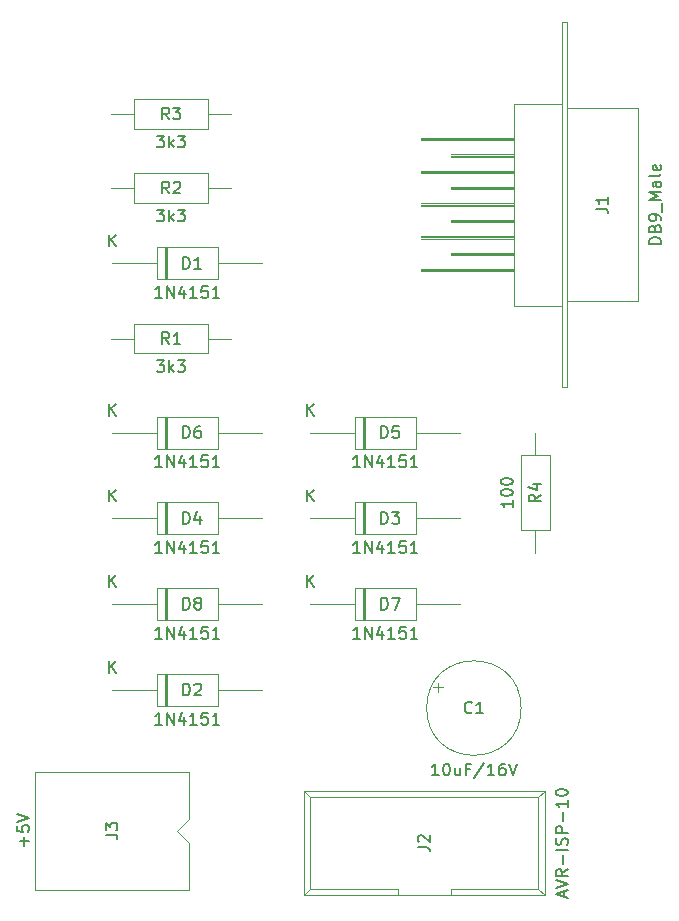
<source format=gbr>
%TF.GenerationSoftware,KiCad,Pcbnew,5.1.4-3.fc30*%
%TF.CreationDate,2019-10-13T14:02:28+02:00*%
%TF.ProjectId,dasa,64617361-2e6b-4696-9361-645f70636258,rev?*%
%TF.SameCoordinates,PX67eb070PY719b7f0*%
%TF.FileFunction,Other,Fab,Top*%
%FSLAX46Y46*%
G04 Gerber Fmt 4.6, Leading zero omitted, Abs format (unit mm)*
G04 Created by KiCad (PCBNEW 5.1.4-3.fc30) date 2019-10-13 14:02:28*
%MOMM*%
%LPD*%
G04 APERTURE LIST*
%ADD10C,0.100000*%
%ADD11C,0.150000*%
G04 APERTURE END LIST*
D10*
%TO.C,J3*%
X344000Y15946000D02*
X13344000Y15946000D01*
X344000Y5946000D02*
X344000Y15946000D01*
X13344000Y5946000D02*
X344000Y5946000D01*
X13344000Y9946000D02*
X13344000Y5946000D01*
X12344000Y10946000D02*
X13344000Y9946000D01*
X13344000Y11946000D02*
X12344000Y10946000D01*
X13344000Y15946000D02*
X13344000Y11946000D01*
%TO.C,R4*%
X42672000Y34496000D02*
X42672000Y36426000D01*
X42672000Y44656000D02*
X42672000Y42726000D01*
X43922000Y36426000D02*
X43922000Y42726000D01*
X41422000Y36426000D02*
X43922000Y36426000D01*
X41422000Y42726000D02*
X41422000Y36426000D01*
X43922000Y42726000D02*
X41422000Y42726000D01*
%TO.C,R3*%
X16918000Y71628000D02*
X14988000Y71628000D01*
X6758000Y71628000D02*
X8688000Y71628000D01*
X14988000Y72878000D02*
X8688000Y72878000D01*
X14988000Y70378000D02*
X14988000Y72878000D01*
X8688000Y70378000D02*
X14988000Y70378000D01*
X8688000Y72878000D02*
X8688000Y70378000D01*
%TO.C,R2*%
X16918000Y65355300D02*
X14988000Y65355300D01*
X6758000Y65355300D02*
X8688000Y65355300D01*
X14988000Y66605300D02*
X8688000Y66605300D01*
X14988000Y64105300D02*
X14988000Y66605300D01*
X8688000Y64105300D02*
X14988000Y64105300D01*
X8688000Y66605300D02*
X8688000Y64105300D01*
%TO.C,R1*%
X16918000Y52610000D02*
X14988000Y52610000D01*
X6758000Y52610000D02*
X8688000Y52610000D01*
X14988000Y53860000D02*
X8688000Y53860000D01*
X14988000Y51360000D02*
X14988000Y53860000D01*
X8688000Y51360000D02*
X14988000Y51360000D01*
X8688000Y53860000D02*
X8688000Y51360000D01*
%TO.C,J2*%
X43454000Y5481000D02*
X42894000Y6031000D01*
X23094000Y5481000D02*
X23634000Y6031000D01*
X43454000Y14331000D02*
X42894000Y13781000D01*
X23094000Y14331000D02*
X23634000Y13781000D01*
X42894000Y13781000D02*
X42894000Y6031000D01*
X43454000Y14331000D02*
X43454000Y5481000D01*
X23634000Y13781000D02*
X23634000Y6031000D01*
X23094000Y14331000D02*
X23094000Y5481000D01*
X35524000Y6031000D02*
X35524000Y5481000D01*
X31024000Y6031000D02*
X31024000Y5481000D01*
X35524000Y6031000D02*
X42894000Y6031000D01*
X23634000Y6031000D02*
X31024000Y6031000D01*
X23094000Y5481000D02*
X43454000Y5481000D01*
X23634000Y13781000D02*
X42894000Y13781000D01*
X23094000Y14331000D02*
X43454000Y14331000D01*
%TO.C,J1*%
X45360000Y72110000D02*
X45360000Y55810000D01*
X51360000Y72110000D02*
X45360000Y72110000D01*
X51360000Y55810000D02*
X51360000Y72110000D01*
X45360000Y55810000D02*
X51360000Y55810000D01*
X44960000Y79385000D02*
X44960000Y48535000D01*
X45360000Y79385000D02*
X44960000Y79385000D01*
X45360000Y48535000D02*
X45360000Y79385000D01*
X44960000Y48535000D02*
X45360000Y48535000D01*
X40860000Y72510000D02*
X40860000Y55410000D01*
X44960000Y72510000D02*
X40860000Y72510000D01*
X44960000Y55410000D02*
X44960000Y72510000D01*
X40860000Y55410000D02*
X44960000Y55410000D01*
X35560000Y68215000D02*
X40860000Y68215000D01*
X35560000Y68115000D02*
X40860000Y68115000D01*
X35560000Y68015000D02*
X40860000Y68015000D01*
X35560000Y65445000D02*
X40860000Y65445000D01*
X35560000Y65345000D02*
X40860000Y65345000D01*
X35560000Y65245000D02*
X40860000Y65245000D01*
X35560000Y62675000D02*
X40860000Y62675000D01*
X35560000Y62575000D02*
X40860000Y62575000D01*
X35560000Y62475000D02*
X40860000Y62475000D01*
X35560000Y59905000D02*
X40860000Y59905000D01*
X35560000Y59805000D02*
X40860000Y59805000D01*
X35560000Y59705000D02*
X40860000Y59705000D01*
X33020000Y69600000D02*
X40860000Y69600000D01*
X33020000Y69500000D02*
X40860000Y69500000D01*
X33020000Y69400000D02*
X40860000Y69400000D01*
X33020000Y66830000D02*
X40860000Y66830000D01*
X33020000Y66730000D02*
X40860000Y66730000D01*
X33020000Y66630000D02*
X40860000Y66630000D01*
X33020000Y64060000D02*
X40860000Y64060000D01*
X33020000Y63960000D02*
X40860000Y63960000D01*
X33020000Y63860000D02*
X40860000Y63860000D01*
X33020000Y61290000D02*
X40860000Y61290000D01*
X33020000Y61190000D02*
X40860000Y61190000D01*
X33020000Y61090000D02*
X40860000Y61090000D01*
X33020000Y58520000D02*
X40860000Y58520000D01*
X33020000Y58420000D02*
X40860000Y58420000D01*
X33020000Y58320000D02*
X40860000Y58320000D01*
%TO.C,D8*%
X11288000Y31475300D02*
X11288000Y28775300D01*
X11488000Y31475300D02*
X11488000Y28775300D01*
X11388000Y31475300D02*
X11388000Y28775300D01*
X19558000Y30125300D02*
X15808000Y30125300D01*
X6858000Y30125300D02*
X10608000Y30125300D01*
X15808000Y31475300D02*
X10608000Y31475300D01*
X15808000Y28775300D02*
X15808000Y31475300D01*
X10608000Y28775300D02*
X15808000Y28775300D01*
X10608000Y31475300D02*
X10608000Y28775300D01*
%TO.C,D7*%
X28052000Y31475300D02*
X28052000Y28775300D01*
X28252000Y31475300D02*
X28252000Y28775300D01*
X28152000Y31475300D02*
X28152000Y28775300D01*
X36322000Y30125300D02*
X32572000Y30125300D01*
X23622000Y30125300D02*
X27372000Y30125300D01*
X32572000Y31475300D02*
X27372000Y31475300D01*
X32572000Y28775300D02*
X32572000Y31475300D01*
X27372000Y28775300D02*
X32572000Y28775300D01*
X27372000Y31475300D02*
X27372000Y28775300D01*
%TO.C,D6*%
X11288000Y46006000D02*
X11288000Y43306000D01*
X11488000Y46006000D02*
X11488000Y43306000D01*
X11388000Y46006000D02*
X11388000Y43306000D01*
X19558000Y44656000D02*
X15808000Y44656000D01*
X6858000Y44656000D02*
X10608000Y44656000D01*
X15808000Y46006000D02*
X10608000Y46006000D01*
X15808000Y43306000D02*
X15808000Y46006000D01*
X10608000Y43306000D02*
X15808000Y43306000D01*
X10608000Y46006000D02*
X10608000Y43306000D01*
%TO.C,D5*%
X28052000Y46006000D02*
X28052000Y43306000D01*
X28252000Y46006000D02*
X28252000Y43306000D01*
X28152000Y46006000D02*
X28152000Y43306000D01*
X36322000Y44656000D02*
X32572000Y44656000D01*
X23622000Y44656000D02*
X27372000Y44656000D01*
X32572000Y46006000D02*
X27372000Y46006000D01*
X32572000Y43306000D02*
X32572000Y46006000D01*
X27372000Y43306000D02*
X32572000Y43306000D01*
X27372000Y46006000D02*
X27372000Y43306000D01*
%TO.C,D4*%
X11288000Y38740700D02*
X11288000Y36040700D01*
X11488000Y38740700D02*
X11488000Y36040700D01*
X11388000Y38740700D02*
X11388000Y36040700D01*
X19558000Y37390700D02*
X15808000Y37390700D01*
X6858000Y37390700D02*
X10608000Y37390700D01*
X15808000Y38740700D02*
X10608000Y38740700D01*
X15808000Y36040700D02*
X15808000Y38740700D01*
X10608000Y36040700D02*
X15808000Y36040700D01*
X10608000Y38740700D02*
X10608000Y36040700D01*
%TO.C,D3*%
X28052000Y38740700D02*
X28052000Y36040700D01*
X28252000Y38740700D02*
X28252000Y36040700D01*
X28152000Y38740700D02*
X28152000Y36040700D01*
X36322000Y37390700D02*
X32572000Y37390700D01*
X23622000Y37390700D02*
X27372000Y37390700D01*
X32572000Y38740700D02*
X27372000Y38740700D01*
X32572000Y36040700D02*
X32572000Y38740700D01*
X27372000Y36040700D02*
X32572000Y36040700D01*
X27372000Y38740700D02*
X27372000Y36040700D01*
%TO.C,D2*%
X11288000Y24210000D02*
X11288000Y21510000D01*
X11488000Y24210000D02*
X11488000Y21510000D01*
X11388000Y24210000D02*
X11388000Y21510000D01*
X19558000Y22860000D02*
X15808000Y22860000D01*
X6858000Y22860000D02*
X10608000Y22860000D01*
X15808000Y24210000D02*
X10608000Y24210000D01*
X15808000Y21510000D02*
X15808000Y24210000D01*
X10608000Y21510000D02*
X15808000Y21510000D01*
X10608000Y24210000D02*
X10608000Y21510000D01*
%TO.C,D1*%
X11288000Y60332700D02*
X11288000Y57632700D01*
X11488000Y60332700D02*
X11488000Y57632700D01*
X11388000Y60332700D02*
X11388000Y57632700D01*
X19558000Y58982700D02*
X15808000Y58982700D01*
X6858000Y58982700D02*
X10608000Y58982700D01*
X15808000Y60332700D02*
X10608000Y60332700D01*
X15808000Y57632700D02*
X15808000Y60332700D01*
X10608000Y57632700D02*
X15808000Y57632700D01*
X10608000Y60332700D02*
X10608000Y57632700D01*
%TO.C,C1*%
X34445241Y23483500D02*
X34445241Y22683500D01*
X34045241Y23083500D02*
X34845241Y23083500D01*
X41472000Y21336000D02*
G75*
G03X41472000Y21336000I-4000000J0D01*
G01*
%TD*%
%TO.C,J3*%
D11*
X-584572Y9660286D02*
X-584572Y10422191D01*
X-203620Y10041239D02*
X-965524Y10041239D01*
X-1203620Y11374572D02*
X-1203620Y10898381D01*
X-727429Y10850762D01*
X-775048Y10898381D01*
X-822667Y10993620D01*
X-822667Y11231715D01*
X-775048Y11326953D01*
X-727429Y11374572D01*
X-632191Y11422191D01*
X-394096Y11422191D01*
X-298858Y11374572D01*
X-251239Y11326953D01*
X-203620Y11231715D01*
X-203620Y10993620D01*
X-251239Y10898381D01*
X-298858Y10850762D01*
X-1203620Y11707905D02*
X-203620Y12041239D01*
X-1203620Y12374572D01*
X6296380Y10612667D02*
X7010666Y10612667D01*
X7153523Y10565048D01*
X7248761Y10469810D01*
X7296380Y10326953D01*
X7296380Y10231715D01*
X6296380Y10993620D02*
X6296380Y11612667D01*
X6677333Y11279334D01*
X6677333Y11422191D01*
X6724952Y11517429D01*
X6772571Y11565048D01*
X6867809Y11612667D01*
X7105904Y11612667D01*
X7201142Y11565048D01*
X7248761Y11517429D01*
X7296380Y11422191D01*
X7296380Y11136477D01*
X7248761Y11041239D01*
X7201142Y10993620D01*
%TO.C,R4*%
X40754380Y38909334D02*
X40754380Y38337905D01*
X40754380Y38623620D02*
X39754380Y38623620D01*
X39897238Y38528381D01*
X39992476Y38433143D01*
X40040095Y38337905D01*
X39754380Y39528381D02*
X39754380Y39623620D01*
X39802000Y39718858D01*
X39849619Y39766477D01*
X39944857Y39814096D01*
X40135333Y39861715D01*
X40373428Y39861715D01*
X40563904Y39814096D01*
X40659142Y39766477D01*
X40706761Y39718858D01*
X40754380Y39623620D01*
X40754380Y39528381D01*
X40706761Y39433143D01*
X40659142Y39385524D01*
X40563904Y39337905D01*
X40373428Y39290286D01*
X40135333Y39290286D01*
X39944857Y39337905D01*
X39849619Y39385524D01*
X39802000Y39433143D01*
X39754380Y39528381D01*
X39754380Y40480762D02*
X39754380Y40576000D01*
X39802000Y40671239D01*
X39849619Y40718858D01*
X39944857Y40766477D01*
X40135333Y40814096D01*
X40373428Y40814096D01*
X40563904Y40766477D01*
X40659142Y40718858D01*
X40706761Y40671239D01*
X40754380Y40576000D01*
X40754380Y40480762D01*
X40706761Y40385524D01*
X40659142Y40337905D01*
X40563904Y40290286D01*
X40373428Y40242667D01*
X40135333Y40242667D01*
X39944857Y40290286D01*
X39849619Y40337905D01*
X39802000Y40385524D01*
X39754380Y40480762D01*
X43124380Y39409334D02*
X42648190Y39076000D01*
X43124380Y38837905D02*
X42124380Y38837905D01*
X42124380Y39218858D01*
X42172000Y39314096D01*
X42219619Y39361715D01*
X42314857Y39409334D01*
X42457714Y39409334D01*
X42552952Y39361715D01*
X42600571Y39314096D01*
X42648190Y39218858D01*
X42648190Y38837905D01*
X42457714Y40266477D02*
X43124380Y40266477D01*
X42076761Y40028381D02*
X42791047Y39790286D01*
X42791047Y40409334D01*
%TO.C,R3*%
X10623714Y69805620D02*
X11242761Y69805620D01*
X10909428Y69424667D01*
X11052285Y69424667D01*
X11147523Y69377048D01*
X11195142Y69329429D01*
X11242761Y69234191D01*
X11242761Y68996096D01*
X11195142Y68900858D01*
X11147523Y68853239D01*
X11052285Y68805620D01*
X10766571Y68805620D01*
X10671333Y68853239D01*
X10623714Y68900858D01*
X11671333Y68805620D02*
X11671333Y69805620D01*
X11766571Y69186572D02*
X12052285Y68805620D01*
X12052285Y69472286D02*
X11671333Y69091334D01*
X12385619Y69805620D02*
X13004666Y69805620D01*
X12671333Y69424667D01*
X12814190Y69424667D01*
X12909428Y69377048D01*
X12957047Y69329429D01*
X13004666Y69234191D01*
X13004666Y68996096D01*
X12957047Y68900858D01*
X12909428Y68853239D01*
X12814190Y68805620D01*
X12528476Y68805620D01*
X12433238Y68853239D01*
X12385619Y68900858D01*
X11671333Y71175620D02*
X11338000Y71651810D01*
X11099904Y71175620D02*
X11099904Y72175620D01*
X11480857Y72175620D01*
X11576095Y72128000D01*
X11623714Y72080381D01*
X11671333Y71985143D01*
X11671333Y71842286D01*
X11623714Y71747048D01*
X11576095Y71699429D01*
X11480857Y71651810D01*
X11099904Y71651810D01*
X12004666Y72175620D02*
X12623714Y72175620D01*
X12290380Y71794667D01*
X12433238Y71794667D01*
X12528476Y71747048D01*
X12576095Y71699429D01*
X12623714Y71604191D01*
X12623714Y71366096D01*
X12576095Y71270858D01*
X12528476Y71223239D01*
X12433238Y71175620D01*
X12147523Y71175620D01*
X12052285Y71223239D01*
X12004666Y71270858D01*
%TO.C,R2*%
X10623714Y63532920D02*
X11242761Y63532920D01*
X10909428Y63151967D01*
X11052285Y63151967D01*
X11147523Y63104348D01*
X11195142Y63056729D01*
X11242761Y62961491D01*
X11242761Y62723396D01*
X11195142Y62628158D01*
X11147523Y62580539D01*
X11052285Y62532920D01*
X10766571Y62532920D01*
X10671333Y62580539D01*
X10623714Y62628158D01*
X11671333Y62532920D02*
X11671333Y63532920D01*
X11766571Y62913872D02*
X12052285Y62532920D01*
X12052285Y63199586D02*
X11671333Y62818634D01*
X12385619Y63532920D02*
X13004666Y63532920D01*
X12671333Y63151967D01*
X12814190Y63151967D01*
X12909428Y63104348D01*
X12957047Y63056729D01*
X13004666Y62961491D01*
X13004666Y62723396D01*
X12957047Y62628158D01*
X12909428Y62580539D01*
X12814190Y62532920D01*
X12528476Y62532920D01*
X12433238Y62580539D01*
X12385619Y62628158D01*
X11671333Y64902920D02*
X11338000Y65379110D01*
X11099904Y64902920D02*
X11099904Y65902920D01*
X11480857Y65902920D01*
X11576095Y65855300D01*
X11623714Y65807681D01*
X11671333Y65712443D01*
X11671333Y65569586D01*
X11623714Y65474348D01*
X11576095Y65426729D01*
X11480857Y65379110D01*
X11099904Y65379110D01*
X12052285Y65807681D02*
X12099904Y65855300D01*
X12195142Y65902920D01*
X12433238Y65902920D01*
X12528476Y65855300D01*
X12576095Y65807681D01*
X12623714Y65712443D01*
X12623714Y65617205D01*
X12576095Y65474348D01*
X12004666Y64902920D01*
X12623714Y64902920D01*
%TO.C,R1*%
X10623714Y50787620D02*
X11242761Y50787620D01*
X10909428Y50406667D01*
X11052285Y50406667D01*
X11147523Y50359048D01*
X11195142Y50311429D01*
X11242761Y50216191D01*
X11242761Y49978096D01*
X11195142Y49882858D01*
X11147523Y49835239D01*
X11052285Y49787620D01*
X10766571Y49787620D01*
X10671333Y49835239D01*
X10623714Y49882858D01*
X11671333Y49787620D02*
X11671333Y50787620D01*
X11766571Y50168572D02*
X12052285Y49787620D01*
X12052285Y50454286D02*
X11671333Y50073334D01*
X12385619Y50787620D02*
X13004666Y50787620D01*
X12671333Y50406667D01*
X12814190Y50406667D01*
X12909428Y50359048D01*
X12957047Y50311429D01*
X13004666Y50216191D01*
X13004666Y49978096D01*
X12957047Y49882858D01*
X12909428Y49835239D01*
X12814190Y49787620D01*
X12528476Y49787620D01*
X12433238Y49835239D01*
X12385619Y49882858D01*
X11671333Y52157620D02*
X11338000Y52633810D01*
X11099904Y52157620D02*
X11099904Y53157620D01*
X11480857Y53157620D01*
X11576095Y53110000D01*
X11623714Y53062381D01*
X11671333Y52967143D01*
X11671333Y52824286D01*
X11623714Y52729048D01*
X11576095Y52681429D01*
X11480857Y52633810D01*
X11099904Y52633810D01*
X12623714Y52157620D02*
X12052285Y52157620D01*
X12338000Y52157620D02*
X12338000Y53157620D01*
X12242761Y53014762D01*
X12147523Y52919524D01*
X12052285Y52871905D01*
%TO.C,J2*%
X45124666Y5334572D02*
X45124666Y5810762D01*
X45410380Y5239334D02*
X44410380Y5572667D01*
X45410380Y5906000D01*
X44410380Y6096477D02*
X45410380Y6429810D01*
X44410380Y6763143D01*
X45410380Y7667905D02*
X44934190Y7334572D01*
X45410380Y7096477D02*
X44410380Y7096477D01*
X44410380Y7477429D01*
X44458000Y7572667D01*
X44505619Y7620286D01*
X44600857Y7667905D01*
X44743714Y7667905D01*
X44838952Y7620286D01*
X44886571Y7572667D01*
X44934190Y7477429D01*
X44934190Y7096477D01*
X45029428Y8096477D02*
X45029428Y8858381D01*
X45410380Y9334572D02*
X44410380Y9334572D01*
X45362761Y9763143D02*
X45410380Y9906000D01*
X45410380Y10144096D01*
X45362761Y10239334D01*
X45315142Y10286953D01*
X45219904Y10334572D01*
X45124666Y10334572D01*
X45029428Y10286953D01*
X44981809Y10239334D01*
X44934190Y10144096D01*
X44886571Y9953620D01*
X44838952Y9858381D01*
X44791333Y9810762D01*
X44696095Y9763143D01*
X44600857Y9763143D01*
X44505619Y9810762D01*
X44458000Y9858381D01*
X44410380Y9953620D01*
X44410380Y10191715D01*
X44458000Y10334572D01*
X45410380Y10763143D02*
X44410380Y10763143D01*
X44410380Y11144096D01*
X44458000Y11239334D01*
X44505619Y11286953D01*
X44600857Y11334572D01*
X44743714Y11334572D01*
X44838952Y11286953D01*
X44886571Y11239334D01*
X44934190Y11144096D01*
X44934190Y10763143D01*
X45029428Y11763143D02*
X45029428Y12525048D01*
X45410380Y13525048D02*
X45410380Y12953620D01*
X45410380Y13239334D02*
X44410380Y13239334D01*
X44553238Y13144096D01*
X44648476Y13048858D01*
X44696095Y12953620D01*
X44410380Y14144096D02*
X44410380Y14239334D01*
X44458000Y14334572D01*
X44505619Y14382191D01*
X44600857Y14429810D01*
X44791333Y14477429D01*
X45029428Y14477429D01*
X45219904Y14429810D01*
X45315142Y14382191D01*
X45362761Y14334572D01*
X45410380Y14239334D01*
X45410380Y14144096D01*
X45362761Y14048858D01*
X45315142Y14001239D01*
X45219904Y13953620D01*
X45029428Y13906000D01*
X44791333Y13906000D01*
X44600857Y13953620D01*
X44505619Y14001239D01*
X44458000Y14048858D01*
X44410380Y14144096D01*
X32726380Y9572667D02*
X33440666Y9572667D01*
X33583523Y9525048D01*
X33678761Y9429810D01*
X33726380Y9286953D01*
X33726380Y9191715D01*
X32821619Y10001239D02*
X32774000Y10048858D01*
X32726380Y10144096D01*
X32726380Y10382191D01*
X32774000Y10477429D01*
X32821619Y10525048D01*
X32916857Y10572667D01*
X33012095Y10572667D01*
X33154952Y10525048D01*
X33726380Y9953620D01*
X33726380Y10572667D01*
%TO.C,J1*%
X53312380Y60626667D02*
X52312380Y60626667D01*
X52312380Y60864762D01*
X52360000Y61007620D01*
X52455238Y61102858D01*
X52550476Y61150477D01*
X52740952Y61198096D01*
X52883809Y61198096D01*
X53074285Y61150477D01*
X53169523Y61102858D01*
X53264761Y61007620D01*
X53312380Y60864762D01*
X53312380Y60626667D01*
X52788571Y61960000D02*
X52836190Y62102858D01*
X52883809Y62150477D01*
X52979047Y62198096D01*
X53121904Y62198096D01*
X53217142Y62150477D01*
X53264761Y62102858D01*
X53312380Y62007620D01*
X53312380Y61626667D01*
X52312380Y61626667D01*
X52312380Y61960000D01*
X52360000Y62055239D01*
X52407619Y62102858D01*
X52502857Y62150477D01*
X52598095Y62150477D01*
X52693333Y62102858D01*
X52740952Y62055239D01*
X52788571Y61960000D01*
X52788571Y61626667D01*
X53312380Y62674286D02*
X53312380Y62864762D01*
X53264761Y62960000D01*
X53217142Y63007620D01*
X53074285Y63102858D01*
X52883809Y63150477D01*
X52502857Y63150477D01*
X52407619Y63102858D01*
X52360000Y63055239D01*
X52312380Y62960000D01*
X52312380Y62769524D01*
X52360000Y62674286D01*
X52407619Y62626667D01*
X52502857Y62579048D01*
X52740952Y62579048D01*
X52836190Y62626667D01*
X52883809Y62674286D01*
X52931428Y62769524D01*
X52931428Y62960000D01*
X52883809Y63055239D01*
X52836190Y63102858D01*
X52740952Y63150477D01*
X53407619Y63340953D02*
X53407619Y64102858D01*
X53312380Y64340953D02*
X52312380Y64340953D01*
X53026666Y64674286D01*
X52312380Y65007620D01*
X53312380Y65007620D01*
X53312380Y65912381D02*
X52788571Y65912381D01*
X52693333Y65864762D01*
X52645714Y65769524D01*
X52645714Y65579048D01*
X52693333Y65483810D01*
X53264761Y65912381D02*
X53312380Y65817143D01*
X53312380Y65579048D01*
X53264761Y65483810D01*
X53169523Y65436191D01*
X53074285Y65436191D01*
X52979047Y65483810D01*
X52931428Y65579048D01*
X52931428Y65817143D01*
X52883809Y65912381D01*
X53312380Y66531429D02*
X53264761Y66436191D01*
X53169523Y66388572D01*
X52312380Y66388572D01*
X53264761Y67293334D02*
X53312380Y67198096D01*
X53312380Y67007620D01*
X53264761Y66912381D01*
X53169523Y66864762D01*
X52788571Y66864762D01*
X52693333Y66912381D01*
X52645714Y67007620D01*
X52645714Y67198096D01*
X52693333Y67293334D01*
X52788571Y67340953D01*
X52883809Y67340953D01*
X52979047Y66864762D01*
X47812380Y63626667D02*
X48526666Y63626667D01*
X48669523Y63579048D01*
X48764761Y63483810D01*
X48812380Y63340953D01*
X48812380Y63245715D01*
X48812380Y64626667D02*
X48812380Y64055239D01*
X48812380Y64340953D02*
X47812380Y64340953D01*
X47955238Y64245715D01*
X48050476Y64150477D01*
X48098095Y64055239D01*
%TO.C,D8*%
X11065142Y27202920D02*
X10493714Y27202920D01*
X10779428Y27202920D02*
X10779428Y28202920D01*
X10684190Y28060062D01*
X10588952Y27964824D01*
X10493714Y27917205D01*
X11493714Y27202920D02*
X11493714Y28202920D01*
X12065142Y27202920D01*
X12065142Y28202920D01*
X12969904Y27869586D02*
X12969904Y27202920D01*
X12731809Y28250539D02*
X12493714Y27536253D01*
X13112761Y27536253D01*
X14017523Y27202920D02*
X13446095Y27202920D01*
X13731809Y27202920D02*
X13731809Y28202920D01*
X13636571Y28060062D01*
X13541333Y27964824D01*
X13446095Y27917205D01*
X14922285Y28202920D02*
X14446095Y28202920D01*
X14398476Y27726729D01*
X14446095Y27774348D01*
X14541333Y27821967D01*
X14779428Y27821967D01*
X14874666Y27774348D01*
X14922285Y27726729D01*
X14969904Y27631491D01*
X14969904Y27393396D01*
X14922285Y27298158D01*
X14874666Y27250539D01*
X14779428Y27202920D01*
X14541333Y27202920D01*
X14446095Y27250539D01*
X14398476Y27298158D01*
X15922285Y27202920D02*
X15350857Y27202920D01*
X15636571Y27202920D02*
X15636571Y28202920D01*
X15541333Y28060062D01*
X15446095Y27964824D01*
X15350857Y27917205D01*
X6596095Y31572920D02*
X6596095Y32572920D01*
X7167523Y31572920D02*
X6738952Y32144348D01*
X7167523Y32572920D02*
X6596095Y32001491D01*
X12859904Y29672920D02*
X12859904Y30672920D01*
X13098000Y30672920D01*
X13240857Y30625300D01*
X13336095Y30530062D01*
X13383714Y30434824D01*
X13431333Y30244348D01*
X13431333Y30101491D01*
X13383714Y29911015D01*
X13336095Y29815777D01*
X13240857Y29720539D01*
X13098000Y29672920D01*
X12859904Y29672920D01*
X14002761Y30244348D02*
X13907523Y30291967D01*
X13859904Y30339586D01*
X13812285Y30434824D01*
X13812285Y30482443D01*
X13859904Y30577681D01*
X13907523Y30625300D01*
X14002761Y30672920D01*
X14193238Y30672920D01*
X14288476Y30625300D01*
X14336095Y30577681D01*
X14383714Y30482443D01*
X14383714Y30434824D01*
X14336095Y30339586D01*
X14288476Y30291967D01*
X14193238Y30244348D01*
X14002761Y30244348D01*
X13907523Y30196729D01*
X13859904Y30149110D01*
X13812285Y30053872D01*
X13812285Y29863396D01*
X13859904Y29768158D01*
X13907523Y29720539D01*
X14002761Y29672920D01*
X14193238Y29672920D01*
X14288476Y29720539D01*
X14336095Y29768158D01*
X14383714Y29863396D01*
X14383714Y30053872D01*
X14336095Y30149110D01*
X14288476Y30196729D01*
X14193238Y30244348D01*
%TO.C,D7*%
X27829142Y27202920D02*
X27257714Y27202920D01*
X27543428Y27202920D02*
X27543428Y28202920D01*
X27448190Y28060062D01*
X27352952Y27964824D01*
X27257714Y27917205D01*
X28257714Y27202920D02*
X28257714Y28202920D01*
X28829142Y27202920D01*
X28829142Y28202920D01*
X29733904Y27869586D02*
X29733904Y27202920D01*
X29495809Y28250539D02*
X29257714Y27536253D01*
X29876761Y27536253D01*
X30781523Y27202920D02*
X30210095Y27202920D01*
X30495809Y27202920D02*
X30495809Y28202920D01*
X30400571Y28060062D01*
X30305333Y27964824D01*
X30210095Y27917205D01*
X31686285Y28202920D02*
X31210095Y28202920D01*
X31162476Y27726729D01*
X31210095Y27774348D01*
X31305333Y27821967D01*
X31543428Y27821967D01*
X31638666Y27774348D01*
X31686285Y27726729D01*
X31733904Y27631491D01*
X31733904Y27393396D01*
X31686285Y27298158D01*
X31638666Y27250539D01*
X31543428Y27202920D01*
X31305333Y27202920D01*
X31210095Y27250539D01*
X31162476Y27298158D01*
X32686285Y27202920D02*
X32114857Y27202920D01*
X32400571Y27202920D02*
X32400571Y28202920D01*
X32305333Y28060062D01*
X32210095Y27964824D01*
X32114857Y27917205D01*
X23360095Y31572920D02*
X23360095Y32572920D01*
X23931523Y31572920D02*
X23502952Y32144348D01*
X23931523Y32572920D02*
X23360095Y32001491D01*
X29623904Y29672920D02*
X29623904Y30672920D01*
X29862000Y30672920D01*
X30004857Y30625300D01*
X30100095Y30530062D01*
X30147714Y30434824D01*
X30195333Y30244348D01*
X30195333Y30101491D01*
X30147714Y29911015D01*
X30100095Y29815777D01*
X30004857Y29720539D01*
X29862000Y29672920D01*
X29623904Y29672920D01*
X30528666Y30672920D02*
X31195333Y30672920D01*
X30766761Y29672920D01*
%TO.C,D6*%
X11065142Y41733620D02*
X10493714Y41733620D01*
X10779428Y41733620D02*
X10779428Y42733620D01*
X10684190Y42590762D01*
X10588952Y42495524D01*
X10493714Y42447905D01*
X11493714Y41733620D02*
X11493714Y42733620D01*
X12065142Y41733620D01*
X12065142Y42733620D01*
X12969904Y42400286D02*
X12969904Y41733620D01*
X12731809Y42781239D02*
X12493714Y42066953D01*
X13112761Y42066953D01*
X14017523Y41733620D02*
X13446095Y41733620D01*
X13731809Y41733620D02*
X13731809Y42733620D01*
X13636571Y42590762D01*
X13541333Y42495524D01*
X13446095Y42447905D01*
X14922285Y42733620D02*
X14446095Y42733620D01*
X14398476Y42257429D01*
X14446095Y42305048D01*
X14541333Y42352667D01*
X14779428Y42352667D01*
X14874666Y42305048D01*
X14922285Y42257429D01*
X14969904Y42162191D01*
X14969904Y41924096D01*
X14922285Y41828858D01*
X14874666Y41781239D01*
X14779428Y41733620D01*
X14541333Y41733620D01*
X14446095Y41781239D01*
X14398476Y41828858D01*
X15922285Y41733620D02*
X15350857Y41733620D01*
X15636571Y41733620D02*
X15636571Y42733620D01*
X15541333Y42590762D01*
X15446095Y42495524D01*
X15350857Y42447905D01*
X6596095Y46103620D02*
X6596095Y47103620D01*
X7167523Y46103620D02*
X6738952Y46675048D01*
X7167523Y47103620D02*
X6596095Y46532191D01*
X12859904Y44203620D02*
X12859904Y45203620D01*
X13098000Y45203620D01*
X13240857Y45156000D01*
X13336095Y45060762D01*
X13383714Y44965524D01*
X13431333Y44775048D01*
X13431333Y44632191D01*
X13383714Y44441715D01*
X13336095Y44346477D01*
X13240857Y44251239D01*
X13098000Y44203620D01*
X12859904Y44203620D01*
X14288476Y45203620D02*
X14098000Y45203620D01*
X14002761Y45156000D01*
X13955142Y45108381D01*
X13859904Y44965524D01*
X13812285Y44775048D01*
X13812285Y44394096D01*
X13859904Y44298858D01*
X13907523Y44251239D01*
X14002761Y44203620D01*
X14193238Y44203620D01*
X14288476Y44251239D01*
X14336095Y44298858D01*
X14383714Y44394096D01*
X14383714Y44632191D01*
X14336095Y44727429D01*
X14288476Y44775048D01*
X14193238Y44822667D01*
X14002761Y44822667D01*
X13907523Y44775048D01*
X13859904Y44727429D01*
X13812285Y44632191D01*
%TO.C,D5*%
X27829142Y41733620D02*
X27257714Y41733620D01*
X27543428Y41733620D02*
X27543428Y42733620D01*
X27448190Y42590762D01*
X27352952Y42495524D01*
X27257714Y42447905D01*
X28257714Y41733620D02*
X28257714Y42733620D01*
X28829142Y41733620D01*
X28829142Y42733620D01*
X29733904Y42400286D02*
X29733904Y41733620D01*
X29495809Y42781239D02*
X29257714Y42066953D01*
X29876761Y42066953D01*
X30781523Y41733620D02*
X30210095Y41733620D01*
X30495809Y41733620D02*
X30495809Y42733620D01*
X30400571Y42590762D01*
X30305333Y42495524D01*
X30210095Y42447905D01*
X31686285Y42733620D02*
X31210095Y42733620D01*
X31162476Y42257429D01*
X31210095Y42305048D01*
X31305333Y42352667D01*
X31543428Y42352667D01*
X31638666Y42305048D01*
X31686285Y42257429D01*
X31733904Y42162191D01*
X31733904Y41924096D01*
X31686285Y41828858D01*
X31638666Y41781239D01*
X31543428Y41733620D01*
X31305333Y41733620D01*
X31210095Y41781239D01*
X31162476Y41828858D01*
X32686285Y41733620D02*
X32114857Y41733620D01*
X32400571Y41733620D02*
X32400571Y42733620D01*
X32305333Y42590762D01*
X32210095Y42495524D01*
X32114857Y42447905D01*
X23360095Y46103620D02*
X23360095Y47103620D01*
X23931523Y46103620D02*
X23502952Y46675048D01*
X23931523Y47103620D02*
X23360095Y46532191D01*
X29623904Y44203620D02*
X29623904Y45203620D01*
X29862000Y45203620D01*
X30004857Y45156000D01*
X30100095Y45060762D01*
X30147714Y44965524D01*
X30195333Y44775048D01*
X30195333Y44632191D01*
X30147714Y44441715D01*
X30100095Y44346477D01*
X30004857Y44251239D01*
X29862000Y44203620D01*
X29623904Y44203620D01*
X31100095Y45203620D02*
X30623904Y45203620D01*
X30576285Y44727429D01*
X30623904Y44775048D01*
X30719142Y44822667D01*
X30957238Y44822667D01*
X31052476Y44775048D01*
X31100095Y44727429D01*
X31147714Y44632191D01*
X31147714Y44394096D01*
X31100095Y44298858D01*
X31052476Y44251239D01*
X30957238Y44203620D01*
X30719142Y44203620D01*
X30623904Y44251239D01*
X30576285Y44298858D01*
%TO.C,D4*%
X11065142Y34468320D02*
X10493714Y34468320D01*
X10779428Y34468320D02*
X10779428Y35468320D01*
X10684190Y35325462D01*
X10588952Y35230224D01*
X10493714Y35182605D01*
X11493714Y34468320D02*
X11493714Y35468320D01*
X12065142Y34468320D01*
X12065142Y35468320D01*
X12969904Y35134986D02*
X12969904Y34468320D01*
X12731809Y35515939D02*
X12493714Y34801653D01*
X13112761Y34801653D01*
X14017523Y34468320D02*
X13446095Y34468320D01*
X13731809Y34468320D02*
X13731809Y35468320D01*
X13636571Y35325462D01*
X13541333Y35230224D01*
X13446095Y35182605D01*
X14922285Y35468320D02*
X14446095Y35468320D01*
X14398476Y34992129D01*
X14446095Y35039748D01*
X14541333Y35087367D01*
X14779428Y35087367D01*
X14874666Y35039748D01*
X14922285Y34992129D01*
X14969904Y34896891D01*
X14969904Y34658796D01*
X14922285Y34563558D01*
X14874666Y34515939D01*
X14779428Y34468320D01*
X14541333Y34468320D01*
X14446095Y34515939D01*
X14398476Y34563558D01*
X15922285Y34468320D02*
X15350857Y34468320D01*
X15636571Y34468320D02*
X15636571Y35468320D01*
X15541333Y35325462D01*
X15446095Y35230224D01*
X15350857Y35182605D01*
X6596095Y38838320D02*
X6596095Y39838320D01*
X7167523Y38838320D02*
X6738952Y39409748D01*
X7167523Y39838320D02*
X6596095Y39266891D01*
X12859904Y36938320D02*
X12859904Y37938320D01*
X13098000Y37938320D01*
X13240857Y37890700D01*
X13336095Y37795462D01*
X13383714Y37700224D01*
X13431333Y37509748D01*
X13431333Y37366891D01*
X13383714Y37176415D01*
X13336095Y37081177D01*
X13240857Y36985939D01*
X13098000Y36938320D01*
X12859904Y36938320D01*
X14288476Y37604986D02*
X14288476Y36938320D01*
X14050380Y37985939D02*
X13812285Y37271653D01*
X14431333Y37271653D01*
%TO.C,D3*%
X27829142Y34468320D02*
X27257714Y34468320D01*
X27543428Y34468320D02*
X27543428Y35468320D01*
X27448190Y35325462D01*
X27352952Y35230224D01*
X27257714Y35182605D01*
X28257714Y34468320D02*
X28257714Y35468320D01*
X28829142Y34468320D01*
X28829142Y35468320D01*
X29733904Y35134986D02*
X29733904Y34468320D01*
X29495809Y35515939D02*
X29257714Y34801653D01*
X29876761Y34801653D01*
X30781523Y34468320D02*
X30210095Y34468320D01*
X30495809Y34468320D02*
X30495809Y35468320D01*
X30400571Y35325462D01*
X30305333Y35230224D01*
X30210095Y35182605D01*
X31686285Y35468320D02*
X31210095Y35468320D01*
X31162476Y34992129D01*
X31210095Y35039748D01*
X31305333Y35087367D01*
X31543428Y35087367D01*
X31638666Y35039748D01*
X31686285Y34992129D01*
X31733904Y34896891D01*
X31733904Y34658796D01*
X31686285Y34563558D01*
X31638666Y34515939D01*
X31543428Y34468320D01*
X31305333Y34468320D01*
X31210095Y34515939D01*
X31162476Y34563558D01*
X32686285Y34468320D02*
X32114857Y34468320D01*
X32400571Y34468320D02*
X32400571Y35468320D01*
X32305333Y35325462D01*
X32210095Y35230224D01*
X32114857Y35182605D01*
X23360095Y38838320D02*
X23360095Y39838320D01*
X23931523Y38838320D02*
X23502952Y39409748D01*
X23931523Y39838320D02*
X23360095Y39266891D01*
X29623904Y36938320D02*
X29623904Y37938320D01*
X29862000Y37938320D01*
X30004857Y37890700D01*
X30100095Y37795462D01*
X30147714Y37700224D01*
X30195333Y37509748D01*
X30195333Y37366891D01*
X30147714Y37176415D01*
X30100095Y37081177D01*
X30004857Y36985939D01*
X29862000Y36938320D01*
X29623904Y36938320D01*
X30528666Y37938320D02*
X31147714Y37938320D01*
X30814380Y37557367D01*
X30957238Y37557367D01*
X31052476Y37509748D01*
X31100095Y37462129D01*
X31147714Y37366891D01*
X31147714Y37128796D01*
X31100095Y37033558D01*
X31052476Y36985939D01*
X30957238Y36938320D01*
X30671523Y36938320D01*
X30576285Y36985939D01*
X30528666Y37033558D01*
%TO.C,D2*%
X11065142Y19937620D02*
X10493714Y19937620D01*
X10779428Y19937620D02*
X10779428Y20937620D01*
X10684190Y20794762D01*
X10588952Y20699524D01*
X10493714Y20651905D01*
X11493714Y19937620D02*
X11493714Y20937620D01*
X12065142Y19937620D01*
X12065142Y20937620D01*
X12969904Y20604286D02*
X12969904Y19937620D01*
X12731809Y20985239D02*
X12493714Y20270953D01*
X13112761Y20270953D01*
X14017523Y19937620D02*
X13446095Y19937620D01*
X13731809Y19937620D02*
X13731809Y20937620D01*
X13636571Y20794762D01*
X13541333Y20699524D01*
X13446095Y20651905D01*
X14922285Y20937620D02*
X14446095Y20937620D01*
X14398476Y20461429D01*
X14446095Y20509048D01*
X14541333Y20556667D01*
X14779428Y20556667D01*
X14874666Y20509048D01*
X14922285Y20461429D01*
X14969904Y20366191D01*
X14969904Y20128096D01*
X14922285Y20032858D01*
X14874666Y19985239D01*
X14779428Y19937620D01*
X14541333Y19937620D01*
X14446095Y19985239D01*
X14398476Y20032858D01*
X15922285Y19937620D02*
X15350857Y19937620D01*
X15636571Y19937620D02*
X15636571Y20937620D01*
X15541333Y20794762D01*
X15446095Y20699524D01*
X15350857Y20651905D01*
X6596095Y24307620D02*
X6596095Y25307620D01*
X7167523Y24307620D02*
X6738952Y24879048D01*
X7167523Y25307620D02*
X6596095Y24736191D01*
X12859904Y22407620D02*
X12859904Y23407620D01*
X13098000Y23407620D01*
X13240857Y23360000D01*
X13336095Y23264762D01*
X13383714Y23169524D01*
X13431333Y22979048D01*
X13431333Y22836191D01*
X13383714Y22645715D01*
X13336095Y22550477D01*
X13240857Y22455239D01*
X13098000Y22407620D01*
X12859904Y22407620D01*
X13812285Y23312381D02*
X13859904Y23360000D01*
X13955142Y23407620D01*
X14193238Y23407620D01*
X14288476Y23360000D01*
X14336095Y23312381D01*
X14383714Y23217143D01*
X14383714Y23121905D01*
X14336095Y22979048D01*
X13764666Y22407620D01*
X14383714Y22407620D01*
%TO.C,D1*%
X11065142Y56060320D02*
X10493714Y56060320D01*
X10779428Y56060320D02*
X10779428Y57060320D01*
X10684190Y56917462D01*
X10588952Y56822224D01*
X10493714Y56774605D01*
X11493714Y56060320D02*
X11493714Y57060320D01*
X12065142Y56060320D01*
X12065142Y57060320D01*
X12969904Y56726986D02*
X12969904Y56060320D01*
X12731809Y57107939D02*
X12493714Y56393653D01*
X13112761Y56393653D01*
X14017523Y56060320D02*
X13446095Y56060320D01*
X13731809Y56060320D02*
X13731809Y57060320D01*
X13636571Y56917462D01*
X13541333Y56822224D01*
X13446095Y56774605D01*
X14922285Y57060320D02*
X14446095Y57060320D01*
X14398476Y56584129D01*
X14446095Y56631748D01*
X14541333Y56679367D01*
X14779428Y56679367D01*
X14874666Y56631748D01*
X14922285Y56584129D01*
X14969904Y56488891D01*
X14969904Y56250796D01*
X14922285Y56155558D01*
X14874666Y56107939D01*
X14779428Y56060320D01*
X14541333Y56060320D01*
X14446095Y56107939D01*
X14398476Y56155558D01*
X15922285Y56060320D02*
X15350857Y56060320D01*
X15636571Y56060320D02*
X15636571Y57060320D01*
X15541333Y56917462D01*
X15446095Y56822224D01*
X15350857Y56774605D01*
X6596095Y60430320D02*
X6596095Y61430320D01*
X7167523Y60430320D02*
X6738952Y61001748D01*
X7167523Y61430320D02*
X6596095Y60858891D01*
X12859904Y58530320D02*
X12859904Y59530320D01*
X13098000Y59530320D01*
X13240857Y59482700D01*
X13336095Y59387462D01*
X13383714Y59292224D01*
X13431333Y59101748D01*
X13431333Y58958891D01*
X13383714Y58768415D01*
X13336095Y58673177D01*
X13240857Y58577939D01*
X13098000Y58530320D01*
X12859904Y58530320D01*
X14383714Y58530320D02*
X13812285Y58530320D01*
X14098000Y58530320D02*
X14098000Y59530320D01*
X14002761Y59387462D01*
X13907523Y59292224D01*
X13812285Y59244605D01*
%TO.C,C1*%
X34495809Y15633620D02*
X33924380Y15633620D01*
X34210095Y15633620D02*
X34210095Y16633620D01*
X34114857Y16490762D01*
X34019619Y16395524D01*
X33924380Y16347905D01*
X35114857Y16633620D02*
X35210095Y16633620D01*
X35305333Y16586000D01*
X35352952Y16538381D01*
X35400571Y16443143D01*
X35448190Y16252667D01*
X35448190Y16014572D01*
X35400571Y15824096D01*
X35352952Y15728858D01*
X35305333Y15681239D01*
X35210095Y15633620D01*
X35114857Y15633620D01*
X35019619Y15681239D01*
X34972000Y15728858D01*
X34924380Y15824096D01*
X34876761Y16014572D01*
X34876761Y16252667D01*
X34924380Y16443143D01*
X34972000Y16538381D01*
X35019619Y16586000D01*
X35114857Y16633620D01*
X36305333Y16300286D02*
X36305333Y15633620D01*
X35876761Y16300286D02*
X35876761Y15776477D01*
X35924380Y15681239D01*
X36019619Y15633620D01*
X36162476Y15633620D01*
X36257714Y15681239D01*
X36305333Y15728858D01*
X37114857Y16157429D02*
X36781523Y16157429D01*
X36781523Y15633620D02*
X36781523Y16633620D01*
X37257714Y16633620D01*
X38352952Y16681239D02*
X37495809Y15395524D01*
X39210095Y15633620D02*
X38638666Y15633620D01*
X38924380Y15633620D02*
X38924380Y16633620D01*
X38829142Y16490762D01*
X38733904Y16395524D01*
X38638666Y16347905D01*
X40067238Y16633620D02*
X39876761Y16633620D01*
X39781523Y16586000D01*
X39733904Y16538381D01*
X39638666Y16395524D01*
X39591047Y16205048D01*
X39591047Y15824096D01*
X39638666Y15728858D01*
X39686285Y15681239D01*
X39781523Y15633620D01*
X39972000Y15633620D01*
X40067238Y15681239D01*
X40114857Y15728858D01*
X40162476Y15824096D01*
X40162476Y16062191D01*
X40114857Y16157429D01*
X40067238Y16205048D01*
X39972000Y16252667D01*
X39781523Y16252667D01*
X39686285Y16205048D01*
X39638666Y16157429D01*
X39591047Y16062191D01*
X40448190Y16633620D02*
X40781523Y15633620D01*
X41114857Y16633620D01*
X37305333Y20978858D02*
X37257714Y20931239D01*
X37114857Y20883620D01*
X37019619Y20883620D01*
X36876761Y20931239D01*
X36781523Y21026477D01*
X36733904Y21121715D01*
X36686285Y21312191D01*
X36686285Y21455048D01*
X36733904Y21645524D01*
X36781523Y21740762D01*
X36876761Y21836000D01*
X37019619Y21883620D01*
X37114857Y21883620D01*
X37257714Y21836000D01*
X37305333Y21788381D01*
X38257714Y20883620D02*
X37686285Y20883620D01*
X37972000Y20883620D02*
X37972000Y21883620D01*
X37876761Y21740762D01*
X37781523Y21645524D01*
X37686285Y21597905D01*
%TD*%
M02*

</source>
